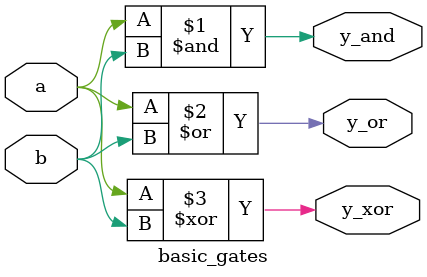
<source format=sv>
module basic_gates(input logic a, b, output logic y_and, y_or, y_xor);
	assign y_and = a & b;
	assign y_or = a | b;
	assign y_xor = a ^ b;
endmodule

</source>
